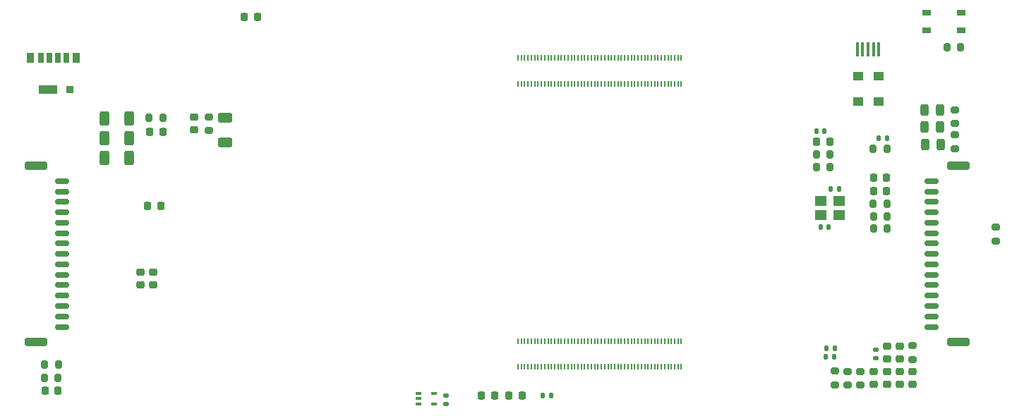
<source format=gtp>
G04 #@! TF.GenerationSoftware,KiCad,Pcbnew,8.0.0-rc1*
G04 #@! TF.CreationDate,2025-03-22T13:15:10+03:00*
G04 #@! TF.ProjectId,Movita_CM4_CT_Router_V1.0,4d6f7669-7461-45f4-934d-345f43545f52,REV1*
G04 #@! TF.SameCoordinates,Original*
G04 #@! TF.FileFunction,Paste,Top*
G04 #@! TF.FilePolarity,Positive*
%FSLAX46Y46*%
G04 Gerber Fmt 4.6, Leading zero omitted, Abs format (unit mm)*
G04 Created by KiCad (PCBNEW 8.0.0-rc1) date 2025-03-22 13:15:10*
%MOMM*%
%LPD*%
G01*
G04 APERTURE LIST*
G04 Aperture macros list*
%AMRoundRect*
0 Rectangle with rounded corners*
0 $1 Rounding radius*
0 $2 $3 $4 $5 $6 $7 $8 $9 X,Y pos of 4 corners*
0 Add a 4 corners polygon primitive as box body*
4,1,4,$2,$3,$4,$5,$6,$7,$8,$9,$2,$3,0*
0 Add four circle primitives for the rounded corners*
1,1,$1+$1,$2,$3*
1,1,$1+$1,$4,$5*
1,1,$1+$1,$6,$7*
1,1,$1+$1,$8,$9*
0 Add four rect primitives between the rounded corners*
20,1,$1+$1,$2,$3,$4,$5,0*
20,1,$1+$1,$4,$5,$6,$7,0*
20,1,$1+$1,$6,$7,$8,$9,0*
20,1,$1+$1,$8,$9,$2,$3,0*%
G04 Aperture macros list end*
%ADD10RoundRect,0.200000X-0.275000X0.200000X-0.275000X-0.200000X0.275000X-0.200000X0.275000X0.200000X0*%
%ADD11RoundRect,0.250000X0.312500X0.625000X-0.312500X0.625000X-0.312500X-0.625000X0.312500X-0.625000X0*%
%ADD12RoundRect,0.218750X0.218750X0.256250X-0.218750X0.256250X-0.218750X-0.256250X0.218750X-0.256250X0*%
%ADD13RoundRect,0.200000X-0.200000X-0.275000X0.200000X-0.275000X0.200000X0.275000X-0.200000X0.275000X0*%
%ADD14RoundRect,0.225000X-0.225000X-0.250000X0.225000X-0.250000X0.225000X0.250000X-0.225000X0.250000X0*%
%ADD15RoundRect,0.135000X-0.185000X0.135000X-0.185000X-0.135000X0.185000X-0.135000X0.185000X0.135000X0*%
%ADD16RoundRect,0.150000X-0.700000X0.150000X-0.700000X-0.150000X0.700000X-0.150000X0.700000X0.150000X0*%
%ADD17RoundRect,0.250000X-1.100000X0.250000X-1.100000X-0.250000X1.100000X-0.250000X1.100000X0.250000X0*%
%ADD18RoundRect,0.250000X-0.625000X0.312500X-0.625000X-0.312500X0.625000X-0.312500X0.625000X0.312500X0*%
%ADD19RoundRect,0.243750X0.243750X0.456250X-0.243750X0.456250X-0.243750X-0.456250X0.243750X-0.456250X0*%
%ADD20RoundRect,0.200000X0.200000X0.275000X-0.200000X0.275000X-0.200000X-0.275000X0.200000X-0.275000X0*%
%ADD21RoundRect,0.135000X0.135000X0.185000X-0.135000X0.185000X-0.135000X-0.185000X0.135000X-0.185000X0*%
%ADD22RoundRect,0.140000X0.140000X0.170000X-0.140000X0.170000X-0.140000X-0.170000X0.140000X-0.170000X0*%
%ADD23RoundRect,0.225000X-0.250000X0.225000X-0.250000X-0.225000X0.250000X-0.225000X0.250000X0.225000X0*%
%ADD24R,0.650000X0.400000*%
%ADD25RoundRect,0.218750X-0.218750X-0.256250X0.218750X-0.256250X0.218750X0.256250X-0.218750X0.256250X0*%
%ADD26R,0.400000X1.745000*%
%ADD27RoundRect,0.150000X0.700000X-0.150000X0.700000X0.150000X-0.700000X0.150000X-0.700000X-0.150000X0*%
%ADD28RoundRect,0.250000X1.100000X-0.250000X1.100000X0.250000X-1.100000X0.250000X-1.100000X-0.250000X0*%
%ADD29RoundRect,0.140000X-0.140000X-0.170000X0.140000X-0.170000X0.140000X0.170000X-0.140000X0.170000X0*%
%ADD30R,1.050000X0.650000*%
%ADD31R,1.400000X1.200000*%
%ADD32RoundRect,0.200000X0.275000X-0.200000X0.275000X0.200000X-0.275000X0.200000X-0.275000X-0.200000X0*%
%ADD33RoundRect,0.243750X-0.243750X-0.456250X0.243750X-0.456250X0.243750X0.456250X-0.243750X0.456250X0*%
%ADD34RoundRect,0.135000X-0.135000X-0.185000X0.135000X-0.185000X0.135000X0.185000X-0.135000X0.185000X0*%
%ADD35RoundRect,0.218750X-0.256250X0.218750X-0.256250X-0.218750X0.256250X-0.218750X0.256250X0.218750X0*%
%ADD36R,0.700000X1.150000*%
%ADD37R,0.800000X1.150000*%
%ADD38R,0.900000X1.150000*%
%ADD39R,1.300000X1.000000*%
%ADD40RoundRect,0.225000X0.250000X-0.225000X0.250000X0.225000X-0.250000X0.225000X-0.250000X-0.225000X0*%
%ADD41R,0.200000X0.700000*%
%ADD42RoundRect,0.135000X0.185000X-0.135000X0.185000X0.135000X-0.185000X0.135000X-0.185000X-0.135000X0*%
%ADD43R,2.170000X1.120000*%
%ADD44R,0.850000X0.850000*%
G04 APERTURE END LIST*
D10*
X230742030Y-109527454D03*
X230742030Y-111177454D03*
X225797030Y-98457454D03*
X225797030Y-100107454D03*
D11*
X126737030Y-101192454D03*
X123812030Y-101192454D03*
D12*
X130569530Y-106972454D03*
X128994530Y-106972454D03*
D13*
X129177030Y-96362454D03*
X130827030Y-96362454D03*
D11*
X126729530Y-96482454D03*
X123804530Y-96482454D03*
X126732030Y-98852454D03*
X123807030Y-98852454D03*
D13*
X216063767Y-108204190D03*
X217713767Y-108204190D03*
D14*
X216063767Y-103614190D03*
X217613767Y-103614190D03*
D15*
X164763767Y-129724190D03*
X164763767Y-130744190D03*
D16*
X118753767Y-103994190D03*
X118753767Y-105244190D03*
X118753767Y-106494190D03*
X118753767Y-107744190D03*
X118753767Y-108994190D03*
X118753767Y-110244190D03*
X118753767Y-111494190D03*
X118753767Y-112744190D03*
X118753767Y-113994190D03*
X118753767Y-115244190D03*
X118753767Y-116494190D03*
X118753767Y-117744190D03*
D17*
X115553767Y-102144190D03*
D16*
X118753767Y-118994190D03*
D17*
X115553767Y-123344190D03*
D16*
X118753767Y-120244190D03*
X118753767Y-121494190D03*
D18*
X138292030Y-96399954D03*
X138292030Y-99324954D03*
D19*
X224091267Y-97499190D03*
X222216267Y-97499190D03*
D20*
X210867030Y-100754190D03*
X209217030Y-100754190D03*
D21*
X211393767Y-125104190D03*
X210373767Y-125104190D03*
D22*
X211906267Y-104944190D03*
X210946267Y-104944190D03*
D23*
X128112030Y-114912454D03*
X128112030Y-116462454D03*
D22*
X210202030Y-97972454D03*
X209242030Y-97972454D03*
D24*
X161463767Y-129454190D03*
X161463767Y-130104190D03*
X161463767Y-130754190D03*
X163363767Y-130754190D03*
X163363767Y-129454190D03*
D23*
X219222030Y-126872454D03*
X219222030Y-128422454D03*
D13*
X216053767Y-109724190D03*
X217703767Y-109724190D03*
D23*
X216112030Y-126862454D03*
X216112030Y-128412454D03*
D25*
X169058767Y-129724190D03*
X170633767Y-129724190D03*
D14*
X116657030Y-129152454D03*
X118207030Y-129152454D03*
D13*
X216043767Y-106684190D03*
X217693767Y-106684190D03*
D26*
X216723767Y-88165440D03*
X216073767Y-88165440D03*
X215423767Y-88165440D03*
X214773767Y-88165440D03*
X214123767Y-88165440D03*
D27*
X223043767Y-121494190D03*
X223043767Y-120244190D03*
X223043767Y-118994190D03*
X223043767Y-117744190D03*
X223043767Y-116494190D03*
X223043767Y-115244190D03*
X223043767Y-113994190D03*
X223043767Y-112744190D03*
X223043767Y-111494190D03*
X223043767Y-110244190D03*
X223043767Y-108994190D03*
X223043767Y-107744190D03*
D28*
X226243767Y-123344190D03*
D27*
X223043767Y-106494190D03*
D28*
X226243767Y-102144190D03*
D27*
X223043767Y-105244190D03*
X223043767Y-103994190D03*
D29*
X209706267Y-109534190D03*
X210666267Y-109534190D03*
D12*
X173913767Y-129724190D03*
X172338767Y-129724190D03*
D21*
X211403767Y-124054190D03*
X210383767Y-124054190D03*
D25*
X129234530Y-98122454D03*
X130809530Y-98122454D03*
D30*
X226563767Y-85905740D03*
X222413767Y-85905740D03*
X226563767Y-83755740D03*
X222413767Y-83755740D03*
D31*
X211906267Y-106394190D03*
X209706267Y-106394190D03*
X209706267Y-108094190D03*
X211906267Y-108094190D03*
D32*
X212973767Y-128479190D03*
X212973767Y-126829190D03*
D33*
X222236267Y-99594190D03*
X224111267Y-99594190D03*
D14*
X216093767Y-105164190D03*
X217643767Y-105164190D03*
D34*
X176403767Y-129724190D03*
X177423767Y-129724190D03*
D35*
X134582030Y-96292454D03*
X134582030Y-97867454D03*
D36*
X118182030Y-89217454D03*
D37*
X116162030Y-89217454D03*
D38*
X114932030Y-89217454D03*
D36*
X117182030Y-89217454D03*
D37*
X119202030Y-89217454D03*
D38*
X120432030Y-89217454D03*
D10*
X136342030Y-96277454D03*
X136342030Y-97927454D03*
D32*
X214503767Y-128479190D03*
X214503767Y-126829190D03*
D13*
X116607030Y-127622454D03*
X118257030Y-127622454D03*
D39*
X214193767Y-94404190D03*
X214193767Y-91404190D03*
D23*
X220762030Y-126872454D03*
X220762030Y-128422454D03*
D25*
X140566267Y-84254190D03*
X142141267Y-84254190D03*
D20*
X217668767Y-100144190D03*
X216018767Y-100144190D03*
D40*
X129672030Y-116467454D03*
X129672030Y-114917454D03*
D10*
X225813767Y-95429190D03*
X225813767Y-97079190D03*
D23*
X217672030Y-126862454D03*
X217672030Y-128412454D03*
D10*
X220763767Y-123749190D03*
X220763767Y-125399190D03*
D19*
X224091267Y-95424190D03*
X222216267Y-95424190D03*
D13*
X116627030Y-126062454D03*
X118277030Y-126062454D03*
D40*
X219232030Y-125367454D03*
X219232030Y-123817454D03*
D41*
X193022030Y-89222454D03*
X193022030Y-92302454D03*
X192622030Y-89222454D03*
X192622030Y-92302454D03*
X192222030Y-89222454D03*
X192222030Y-92302454D03*
X191822030Y-89222454D03*
X191822030Y-92302454D03*
X191422030Y-89222454D03*
X191422030Y-92302454D03*
X191022030Y-89222454D03*
X191022030Y-92302454D03*
X190622030Y-89222454D03*
X190622030Y-92302454D03*
X190222030Y-89222454D03*
X190222030Y-92302454D03*
X189822030Y-89222454D03*
X189822030Y-92302454D03*
X189422030Y-89222454D03*
X189422030Y-92302454D03*
X189022030Y-89222454D03*
X189022030Y-92302454D03*
X188622030Y-89222454D03*
X188622030Y-92302454D03*
X188222030Y-89222454D03*
X188222030Y-92302454D03*
X187822030Y-89222454D03*
X187822030Y-92302454D03*
X187422030Y-89222454D03*
X187422030Y-92302454D03*
X187022030Y-89222454D03*
X187022030Y-92302454D03*
X186622030Y-89222454D03*
X186622030Y-92302454D03*
X186222030Y-89222454D03*
X186222030Y-92302454D03*
X185822030Y-89222454D03*
X185822030Y-92302454D03*
X185422030Y-89222454D03*
X185422030Y-92302454D03*
X185022030Y-89222454D03*
X185022030Y-92302454D03*
X184622030Y-89222454D03*
X184622030Y-92302454D03*
X184222030Y-89222454D03*
X184222030Y-92302454D03*
X183822030Y-89222454D03*
X183822030Y-92302454D03*
X183422030Y-89222454D03*
X183422030Y-92302454D03*
X183022030Y-89222454D03*
X183022030Y-92302454D03*
X182622030Y-89222454D03*
X182622030Y-92302454D03*
X182222030Y-89222454D03*
X182222030Y-92302454D03*
X181822030Y-89222454D03*
X181822030Y-92302454D03*
X181422030Y-89222454D03*
X181422030Y-92302454D03*
X181022030Y-89222454D03*
X181022030Y-92302454D03*
X180622030Y-89222454D03*
X180622030Y-92302454D03*
X180222030Y-89222454D03*
X180222030Y-92302454D03*
X179822030Y-89222454D03*
X179822030Y-92302454D03*
X179422030Y-89222454D03*
X179422030Y-92302454D03*
X179022030Y-89222454D03*
X179022030Y-92302454D03*
X178622030Y-89222454D03*
X178622030Y-92302454D03*
X178222030Y-89222454D03*
X178222030Y-92302454D03*
X177822030Y-89222454D03*
X177822030Y-92302454D03*
X177422030Y-89222454D03*
X177422030Y-92302454D03*
X177022030Y-89222454D03*
X177022030Y-92302454D03*
X176622030Y-89222454D03*
X176622030Y-92302454D03*
X176222030Y-89222454D03*
X176222030Y-92302454D03*
X175822030Y-89222454D03*
X175822030Y-92302454D03*
X175422030Y-89222454D03*
X175422030Y-92302454D03*
X175022030Y-89222454D03*
X175022030Y-92302454D03*
X174622030Y-89222454D03*
X174622030Y-92302454D03*
X174222030Y-89222454D03*
X174222030Y-92302454D03*
X173822030Y-89222454D03*
X173822030Y-92302454D03*
X173422030Y-89222454D03*
X173422030Y-92302454D03*
X193022030Y-123222454D03*
X193022030Y-126302454D03*
X192622030Y-123222454D03*
X192622030Y-126302454D03*
X192222030Y-123222454D03*
X192222030Y-126302454D03*
X191822030Y-123222454D03*
X191822030Y-126302454D03*
X191422030Y-123222454D03*
X191422030Y-126302454D03*
X191022030Y-123222454D03*
X191022030Y-126302454D03*
X190622030Y-123222454D03*
X190622030Y-126302454D03*
X190222030Y-123222454D03*
X190222030Y-126302454D03*
X189822030Y-123222454D03*
X189822030Y-126302454D03*
X189422030Y-123222454D03*
X189422030Y-126302454D03*
X189022030Y-123222454D03*
X189022030Y-126302454D03*
X188622030Y-123222454D03*
X188622030Y-126302454D03*
X188222030Y-123222454D03*
X188222030Y-126302454D03*
X187822030Y-123222454D03*
X187822030Y-126302454D03*
X187422030Y-123222454D03*
X187422030Y-126302454D03*
X187022030Y-123222454D03*
X187022030Y-126302454D03*
X186622030Y-123222454D03*
X186622030Y-126302454D03*
X186222030Y-123222454D03*
X186222030Y-126302454D03*
X185822030Y-123222454D03*
X185822030Y-126302454D03*
X185422030Y-123222454D03*
X185422030Y-126302454D03*
X185022030Y-123222454D03*
X185022030Y-126302454D03*
X184622030Y-123222454D03*
X184622030Y-126302454D03*
X184222030Y-123222454D03*
X184222030Y-126302454D03*
X183822030Y-123222454D03*
X183822030Y-126302454D03*
X183422030Y-123222454D03*
X183422030Y-126302454D03*
X183022030Y-123222454D03*
X183022030Y-126302454D03*
X182622030Y-123222454D03*
X182622030Y-126302454D03*
X182222030Y-123222454D03*
X182222030Y-126302454D03*
X181822030Y-123222454D03*
X181822030Y-126302454D03*
X181422030Y-123222454D03*
X181422030Y-126302454D03*
X181022030Y-123222454D03*
X181022030Y-126302454D03*
X180622030Y-123222454D03*
X180622030Y-126302454D03*
X180222030Y-123222454D03*
X180222030Y-126302454D03*
X179822030Y-123222454D03*
X179822030Y-126302454D03*
X179422030Y-123222454D03*
X179422030Y-126302454D03*
X179022030Y-123222454D03*
X179022030Y-126302454D03*
X178622030Y-123222454D03*
X178622030Y-126302454D03*
X178222030Y-123222454D03*
X178222030Y-126302454D03*
X177822030Y-123222454D03*
X177822030Y-126302454D03*
X177422030Y-123222454D03*
X177422030Y-126302454D03*
X177022030Y-123222454D03*
X177022030Y-126302454D03*
X176622030Y-123222454D03*
X176622030Y-126302454D03*
X176222030Y-123222454D03*
X176222030Y-126302454D03*
X175822030Y-123222454D03*
X175822030Y-126302454D03*
X175422030Y-123222454D03*
X175422030Y-126302454D03*
X175022030Y-123222454D03*
X175022030Y-126302454D03*
X174622030Y-123222454D03*
X174622030Y-126302454D03*
X174222030Y-123222454D03*
X174222030Y-126302454D03*
X173822030Y-123222454D03*
X173822030Y-126302454D03*
X173422030Y-123222454D03*
X173422030Y-126302454D03*
D42*
X216382030Y-125282454D03*
X216382030Y-124262454D03*
D22*
X217673767Y-98884190D03*
X216713767Y-98884190D03*
D13*
X224878767Y-87937640D03*
X226528767Y-87937640D03*
D40*
X217682030Y-125362454D03*
X217682030Y-123812454D03*
D14*
X209267030Y-99232454D03*
X210817030Y-99232454D03*
D39*
X216721267Y-91414190D03*
X216721267Y-94414190D03*
D43*
X116998767Y-93034190D03*
D44*
X119678767Y-93034190D03*
D32*
X211423767Y-128469190D03*
X211423767Y-126819190D03*
D20*
X210857030Y-102282454D03*
X209207030Y-102282454D03*
M02*

</source>
